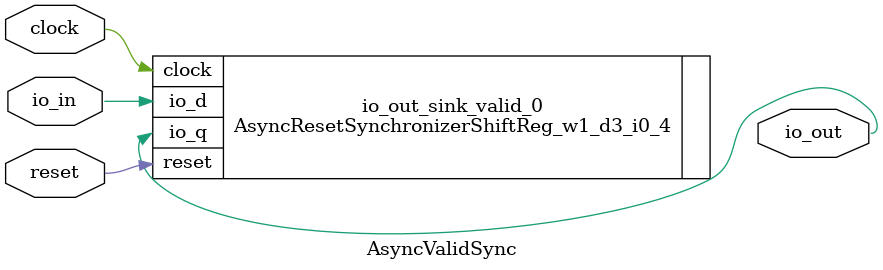
<source format=sv>
`ifndef RANDOMIZE
  `ifdef RANDOMIZE_REG_INIT
    `define RANDOMIZE
  `endif // RANDOMIZE_REG_INIT
`endif // not def RANDOMIZE
`ifndef RANDOMIZE
  `ifdef RANDOMIZE_MEM_INIT
    `define RANDOMIZE
  `endif // RANDOMIZE_MEM_INIT
`endif // not def RANDOMIZE

`ifndef RANDOM
  `define RANDOM $random
`endif // not def RANDOM

// Users can define 'PRINTF_COND' to add an extra gate to prints.
`ifndef PRINTF_COND_
  `ifdef PRINTF_COND
    `define PRINTF_COND_ (`PRINTF_COND)
  `else  // PRINTF_COND
    `define PRINTF_COND_ 1
  `endif // PRINTF_COND
`endif // not def PRINTF_COND_

// Users can define 'ASSERT_VERBOSE_COND' to add an extra gate to assert error printing.
`ifndef ASSERT_VERBOSE_COND_
  `ifdef ASSERT_VERBOSE_COND
    `define ASSERT_VERBOSE_COND_ (`ASSERT_VERBOSE_COND)
  `else  // ASSERT_VERBOSE_COND
    `define ASSERT_VERBOSE_COND_ 1
  `endif // ASSERT_VERBOSE_COND
`endif // not def ASSERT_VERBOSE_COND_

// Users can define 'STOP_COND' to add an extra gate to stop conditions.
`ifndef STOP_COND_
  `ifdef STOP_COND
    `define STOP_COND_ (`STOP_COND)
  `else  // STOP_COND
    `define STOP_COND_ 1
  `endif // STOP_COND
`endif // not def STOP_COND_

// Users can define INIT_RANDOM as general code that gets injected into the
// initializer block for modules with registers.
`ifndef INIT_RANDOM
  `define INIT_RANDOM
`endif // not def INIT_RANDOM

// If using random initialization, you can also define RANDOMIZE_DELAY to
// customize the delay used, otherwise 0.002 is used.
`ifndef RANDOMIZE_DELAY
  `define RANDOMIZE_DELAY 0.002
`endif // not def RANDOMIZE_DELAY

// Define INIT_RANDOM_PROLOG_ for use in our modules below.
`ifndef INIT_RANDOM_PROLOG_
  `ifdef RANDOMIZE
    `ifdef VERILATOR
      `define INIT_RANDOM_PROLOG_ `INIT_RANDOM
    `else  // VERILATOR
      `define INIT_RANDOM_PROLOG_ `INIT_RANDOM #`RANDOMIZE_DELAY begin end
    `endif // VERILATOR
  `else  // RANDOMIZE
    `define INIT_RANDOM_PROLOG_
  `endif // RANDOMIZE
`endif // not def INIT_RANDOM_PROLOG_

module AsyncValidSync(
  input  io_in,
         clock,
         reset,
  output io_out
);

  AsyncResetSynchronizerShiftReg_w1_d3_i0_4 io_out_sink_valid_0 (	// @[ShiftReg.scala:45:23]
    .clock (clock),
    .reset (reset),
    .io_d  (io_in),
    .io_q  (io_out)
  );
endmodule


</source>
